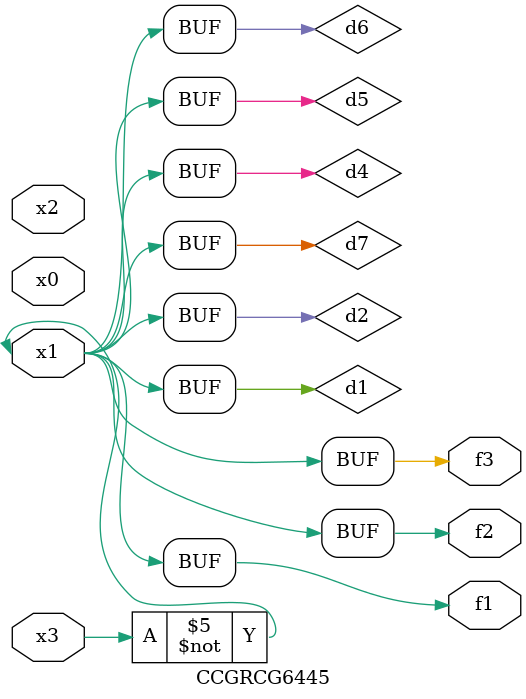
<source format=v>
module CCGRCG6445(
	input x0, x1, x2, x3,
	output f1, f2, f3
);

	wire d1, d2, d3, d4, d5, d6, d7;

	not (d1, x3);
	buf (d2, x1);
	xnor (d3, d1, d2);
	nor (d4, d1);
	buf (d5, d1, d2);
	buf (d6, d4, d5);
	nand (d7, d4);
	assign f1 = d6;
	assign f2 = d7;
	assign f3 = d6;
endmodule

</source>
